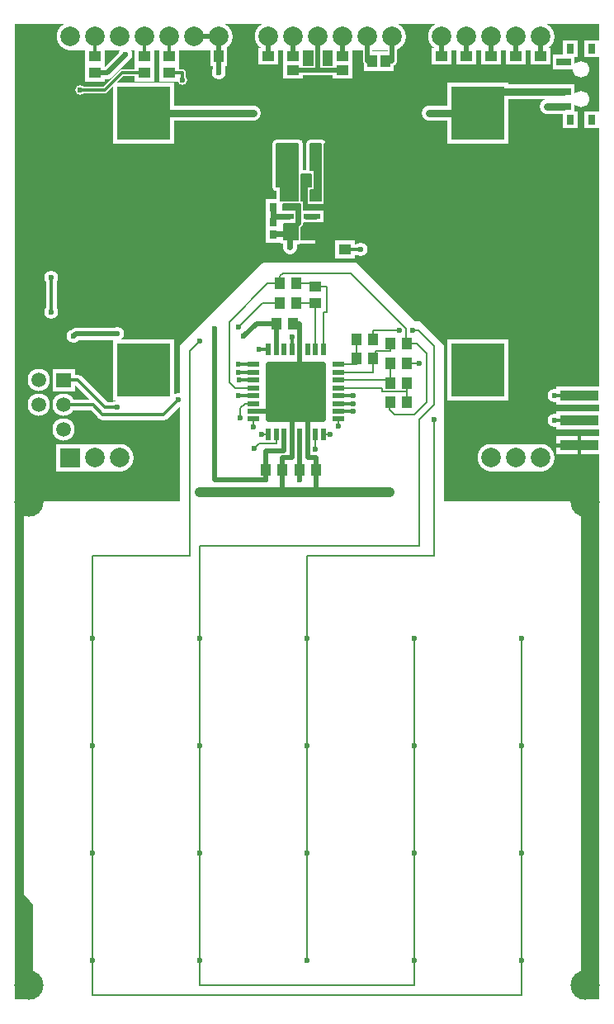
<source format=gbr>
%FSLAX34Y34*%
%MOMM*%
%LNCOPPER_BOTTOM*%
G71*
G01*
%ADD10C, 1.000*%
%ADD11C, 0.600*%
%ADD12C, 2.800*%
%ADD13R, 2.000X1.300*%
%ADD14R, 1.400X0.700*%
%ADD15R, 0.700X1.400*%
%ADD16R, 1.300X2.000*%
%ADD17R, 6.300X6.300*%
%ADD18C, 0.200*%
%ADD19R, 1.600X1.800*%
%ADD20C, 1.700*%
%ADD21R, 2.300X1.500*%
%ADD22R, 2.000X1.900*%
%ADD23R, 2.000X1.800*%
%ADD24R, 1.800X2.000*%
%ADD25C, 0.900*%
%ADD26C, 0.700*%
%ADD27R, 1.900X2.000*%
%ADD28C, 1.550*%
%ADD29C, 1.300*%
%ADD30C, 2.800*%
%ADD31C, 1.400*%
%ADD32C, 2.300*%
%ADD33C, 1.100*%
%ADD34R, 1.900X1.400*%
%ADD35R, 1.800X3.300*%
%ADD36C, 0.950*%
%ADD37C, 1.400*%
%ADD38R, 1.600X1.700*%
%ADD39C, 0.300*%
%ADD40R, 4.800X1.900*%
%ADD41C, 0.367*%
%ADD42C, 0.600*%
%ADD43C, 2.000*%
%ADD44R, 1.200X0.500*%
%ADD45R, 0.500X1.200*%
%ADD46R, 5.500X5.500*%
%ADD47C, 15.000*%
%ADD48C, 3.000*%
%ADD49R, 0.800X1.000*%
%ADD50R, 1.500X0.700*%
%ADD51R, 1.200X1.100*%
%ADD52R, 1.200X1.000*%
%ADD53R, 1.000X1.200*%
%ADD54C, 0.500*%
%ADD55R, 1.100X1.200*%
%ADD56C, 0.750*%
%ADD57C, 1.000*%
%ADD58C, 1.500*%
%ADD59R, 1.100X0.600*%
%ADD60R, 1.000X2.500*%
%ADD61C, 0.150*%
%ADD62R, 0.800X0.900*%
%ADD63R, 4.000X1.100*%
%LPD*%
G36*
X0Y0D02*
X600000Y0D01*
X600000Y-1000000D01*
X0Y-1000000D01*
X0Y0D01*
G37*
%LPC*%
X80000Y-630000D02*
G54D10*
D03*
G54D11*
X80000Y-655000D02*
X80000Y-545000D01*
X190000Y-630000D02*
G54D10*
D03*
G54D11*
X190000Y-655000D02*
X190000Y-545000D01*
X300000Y-630000D02*
G54D10*
D03*
G54D11*
X300000Y-655000D02*
X300000Y-545000D01*
X410000Y-630000D02*
G54D10*
D03*
G54D11*
X410000Y-655000D02*
X410000Y-630000D01*
X520000Y-630000D02*
G54D10*
D03*
G54D11*
X520000Y-655000D02*
X520000Y-630000D01*
X80000Y-740000D02*
G54D10*
D03*
G54D11*
X80000Y-765000D02*
X80000Y-655000D01*
X190000Y-740000D02*
G54D10*
D03*
G54D11*
X190000Y-765000D02*
X190000Y-655000D01*
X300000Y-740000D02*
G54D10*
D03*
G54D11*
X300000Y-765000D02*
X300000Y-655000D01*
X410000Y-740000D02*
G54D10*
D03*
G54D11*
X410000Y-765000D02*
X410000Y-655000D01*
X520000Y-740000D02*
G54D10*
D03*
G54D11*
X520000Y-765000D02*
X520000Y-655000D01*
X80000Y-850000D02*
G54D10*
D03*
G54D11*
X80000Y-875000D02*
X80000Y-765000D01*
X190000Y-850000D02*
G54D10*
D03*
G54D11*
X190000Y-875000D02*
X190000Y-765000D01*
X300000Y-850000D02*
G54D10*
D03*
G54D11*
X300000Y-875000D02*
X300000Y-765000D01*
X410000Y-850000D02*
G54D10*
D03*
G54D11*
X410000Y-875000D02*
X410000Y-765000D01*
X520000Y-850000D02*
G54D10*
D03*
G54D11*
X520000Y-875000D02*
X520000Y-765000D01*
X80000Y-960000D02*
G54D10*
D03*
G54D11*
X80000Y-985000D02*
X80000Y-875000D01*
X190000Y-960000D02*
G54D10*
D03*
G54D11*
X190000Y-985000D02*
X190000Y-875000D01*
X300000Y-960000D02*
G54D10*
D03*
G54D11*
X300000Y-960000D02*
X300000Y-875000D01*
X410000Y-960000D02*
G54D10*
D03*
G54D11*
X410000Y-985000D02*
X410000Y-875000D01*
X520000Y-960000D02*
G54D10*
D03*
G54D11*
X520000Y-985000D02*
X520000Y-875000D01*
G54D11*
X190000Y-985000D02*
X410000Y-985000D01*
G54D11*
X80000Y-985000D02*
X80000Y-995000D01*
X520000Y-995000D01*
X520000Y-985000D01*
G54D11*
X300000Y-545000D02*
X430000Y-545000D01*
X430000Y-405000D01*
G54D11*
X80000Y-545000D02*
X180000Y-545000D01*
X180000Y-335000D01*
X190000Y-325000D01*
X56750Y-12700D02*
G54D12*
D03*
X82150Y-12700D02*
G54D12*
D03*
X107550Y-12700D02*
G54D12*
D03*
X132950Y-12700D02*
G54D12*
D03*
X158350Y-12700D02*
G54D12*
D03*
X183750Y-12700D02*
G54D12*
D03*
X209150Y-12700D02*
G54D12*
D03*
X259950Y-12700D02*
G54D12*
D03*
X285350Y-12700D02*
G54D12*
D03*
X310750Y-12700D02*
G54D12*
D03*
X336150Y-12700D02*
G54D12*
D03*
X361550Y-12700D02*
G54D12*
D03*
X386950Y-12700D02*
G54D12*
D03*
X437750Y-12700D02*
G54D12*
D03*
X463150Y-12700D02*
G54D12*
D03*
X488550Y-12700D02*
G54D12*
D03*
X513950Y-12700D02*
G54D12*
D03*
X539350Y-12700D02*
G54D12*
D03*
G36*
X42750Y-430500D02*
X70750Y-430500D01*
X70750Y-458500D01*
X42750Y-458500D01*
X42750Y-430500D01*
G37*
X82150Y-444500D02*
G54D12*
D03*
X107550Y-444500D02*
G54D12*
D03*
X539350Y-444500D02*
G54D12*
D03*
X513950Y-444500D02*
G54D12*
D03*
X488550Y-444500D02*
G54D12*
D03*
X332169Y-372754D02*
G54D13*
D03*
X332169Y-364754D02*
G54D13*
D03*
X332169Y-356754D02*
G54D13*
D03*
X332169Y-348754D02*
G54D13*
D03*
X332169Y-380754D02*
G54D13*
D03*
X332169Y-388754D02*
G54D13*
D03*
X332169Y-396754D02*
G54D13*
D03*
X332169Y-404754D02*
G54D13*
D03*
X244994Y-372754D02*
G54D13*
D03*
X244994Y-364754D02*
G54D13*
D03*
X244994Y-356754D02*
G54D13*
D03*
X244994Y-348754D02*
G54D13*
D03*
X244994Y-380754D02*
G54D13*
D03*
X244994Y-388754D02*
G54D13*
D03*
X244994Y-396754D02*
G54D14*
D03*
X244994Y-404754D02*
G54D13*
D03*
X284582Y-420342D02*
G54D15*
D03*
X276582Y-420342D02*
G54D16*
D03*
X268582Y-420342D02*
G54D16*
D03*
X260582Y-420342D02*
G54D16*
D03*
X292582Y-420342D02*
G54D16*
D03*
X300582Y-420342D02*
G54D15*
D03*
X308582Y-420342D02*
G54D16*
D03*
X316582Y-420342D02*
G54D16*
D03*
X284582Y-333166D02*
G54D16*
D03*
X276582Y-333166D02*
G54D16*
D03*
X268582Y-333166D02*
G54D16*
D03*
X260582Y-333166D02*
G54D16*
D03*
X292581Y-333166D02*
G54D15*
D03*
X300581Y-333166D02*
G54D16*
D03*
X308582Y-333166D02*
G54D16*
D03*
X316582Y-333166D02*
G54D16*
D03*
X474900Y-354700D02*
G54D17*
D03*
X474900Y-91200D02*
G54D17*
D03*
G36*
X580000Y-490000D02*
X580000Y-1000000D01*
X20000Y-1000000D01*
X20000Y-902500D01*
X10000Y-892500D01*
X10000Y-490000D01*
X580000Y-490000D01*
G37*
G54D18*
X580000Y-490000D02*
X580000Y-1000000D01*
X20000Y-1000000D01*
X20000Y-902500D01*
X10000Y-892500D01*
X10000Y-490000D01*
X580000Y-490000D01*
X592000Y-25000D02*
G54D19*
D03*
X592000Y-98000D02*
G54D19*
D03*
X570000Y-98000D02*
G54D19*
D03*
X570000Y-25000D02*
G54D19*
D03*
X581000Y-46500D02*
G54D20*
D03*
X581000Y-76500D02*
G54D20*
D03*
X563500Y-84000D02*
G54D21*
D03*
X563500Y-39000D02*
G54D21*
D03*
X563500Y-69000D02*
G54D21*
D03*
X132000Y-91200D02*
G54D17*
D03*
X132000Y-354700D02*
G54D17*
D03*
X132950Y-32700D02*
G54D22*
D03*
X132950Y-49700D02*
G54D22*
D03*
X158350Y-32700D02*
G54D22*
D03*
X158350Y-49700D02*
G54D22*
D03*
X82150Y-32700D02*
G54D22*
D03*
X82150Y-49700D02*
G54D22*
D03*
X539350Y-32700D02*
G54D23*
D03*
X513950Y-32700D02*
G54D23*
D03*
X488550Y-32700D02*
G54D23*
D03*
X463150Y-32700D02*
G54D23*
D03*
X437750Y-32700D02*
G54D23*
D03*
X380550Y-37700D02*
G54D24*
D03*
X366550Y-37700D02*
G54D24*
D03*
X336150Y-32700D02*
G54D23*
D03*
X336150Y-46700D02*
G54D23*
D03*
X285350Y-32700D02*
G54D23*
D03*
X285350Y-46700D02*
G54D23*
D03*
X259950Y-32700D02*
G54D23*
D03*
X209150Y-32700D02*
G54D24*
D03*
G54D25*
X209150Y-32700D02*
X209150Y-12700D01*
X183750Y-12700D01*
G54D25*
X259950Y-32700D02*
X259950Y-12700D01*
G54D25*
X285350Y-32700D02*
X285350Y-12700D01*
G54D25*
X336150Y-46700D02*
X310750Y-46700D01*
X310750Y-12700D01*
X310750Y-46700D01*
X285350Y-46700D01*
G54D25*
X336150Y-32700D02*
X336150Y-12700D01*
G54D25*
X366550Y-37700D02*
X361550Y-37700D01*
X361550Y-12700D01*
G54D25*
X380550Y-37700D02*
X386950Y-37700D01*
X386950Y-12700D01*
G54D25*
X437750Y-32700D02*
X437750Y-12700D01*
G54D25*
X463150Y-32700D02*
X463150Y-12700D01*
G54D25*
X488550Y-12700D02*
X488550Y-32700D01*
G54D25*
X513950Y-32700D02*
X513950Y-12700D01*
G54D25*
X539350Y-32700D02*
X539350Y-12700D01*
G54D26*
X158350Y-32700D02*
X158350Y-12700D01*
G54D26*
X132950Y-32700D02*
X132950Y-12700D01*
G54D26*
X82150Y-32700D02*
X82150Y-12700D01*
X292669Y-457054D02*
G54D27*
D03*
X257669Y-457054D02*
G54D27*
D03*
X268582Y-307054D02*
G54D27*
D03*
G54D25*
X300582Y-420342D02*
X300582Y-444554D01*
X309669Y-444554D01*
X309669Y-457054D01*
G54D25*
X292582Y-420342D02*
X292582Y-457054D01*
X292669Y-457054D01*
X292669Y-467054D01*
G54D25*
X284582Y-420342D02*
X284669Y-444554D01*
X274669Y-444554D01*
X274669Y-457054D01*
G54D25*
X276582Y-420342D02*
X276582Y-437054D01*
X257669Y-437054D01*
X257669Y-457054D01*
X257669Y-467054D01*
G54D25*
X268582Y-333166D02*
X268582Y-307054D01*
X247946Y-307054D01*
X235000Y-320000D01*
G54D25*
X292581Y-333166D02*
X292581Y-307054D01*
X285582Y-307054D01*
X308702Y-285700D02*
G54D22*
D03*
X308702Y-268700D02*
G54D22*
D03*
X350718Y-342718D02*
G54D27*
D03*
X367718Y-342718D02*
G54D27*
D03*
X385718Y-367718D02*
G54D27*
D03*
X402718Y-367718D02*
G54D27*
D03*
G54D11*
X332169Y-348754D02*
X350718Y-348754D01*
X350718Y-322718D01*
G54D11*
X332169Y-356754D02*
X367718Y-356754D01*
X367718Y-342718D01*
G54D11*
X332169Y-364754D02*
X385718Y-364754D01*
X385718Y-367718D01*
X385718Y-347718D01*
G54D11*
X332169Y-372754D02*
X377218Y-372754D01*
X377218Y-376718D01*
X402718Y-376718D01*
X402718Y-367718D01*
G54D11*
X308582Y-333166D02*
X308702Y-333166D01*
X308702Y-285700D01*
X288702Y-285700D01*
G54D11*
X308702Y-268700D02*
X320000Y-268700D01*
X320000Y-295000D01*
X316582Y-295000D01*
X316582Y-333166D01*
X288702Y-285700D02*
G54D27*
D03*
X271702Y-285700D02*
G54D27*
D03*
X367718Y-322718D02*
G54D27*
D03*
X350718Y-322718D02*
G54D27*
D03*
X402718Y-347718D02*
G54D27*
D03*
X385718Y-347718D02*
G54D27*
D03*
X190000Y-325000D02*
G54D10*
D03*
X271702Y-265700D02*
G54D27*
D03*
X288702Y-265700D02*
G54D27*
D03*
G54D11*
X288702Y-265700D02*
X308702Y-265700D01*
X308702Y-268700D01*
X385718Y-387718D02*
G54D27*
D03*
X402718Y-387718D02*
G54D27*
D03*
X385718Y-327718D02*
G54D27*
D03*
X402718Y-327718D02*
G54D27*
D03*
G54D11*
X402718Y-387718D02*
X402718Y-376718D01*
G54D11*
X367718Y-342718D02*
X370000Y-342718D01*
X370000Y-335000D01*
X385718Y-335000D01*
X385718Y-327718D01*
G54D11*
X244994Y-372754D02*
X226000Y-372754D01*
X220000Y-366754D01*
X220000Y-305000D01*
X259300Y-265700D01*
X271702Y-265700D01*
X271702Y-258298D01*
X275000Y-255000D01*
X345000Y-255000D01*
X401718Y-311718D01*
X401718Y-327718D01*
X402718Y-327718D01*
X412718Y-327718D01*
X422500Y-337500D01*
X422500Y-387500D01*
X410000Y-400000D01*
X390000Y-400000D01*
X385000Y-395000D01*
X385000Y-388435D01*
X385718Y-387718D01*
X415218Y-347718D02*
G54D10*
D03*
G54D11*
X402718Y-347718D02*
X415218Y-347718D01*
X430000Y-405000D02*
G54D10*
D03*
G54D11*
X408000Y-314000D02*
X414000Y-314000D01*
X430000Y-330000D01*
X430000Y-390000D01*
X415000Y-405000D01*
X415000Y-535000D01*
X190000Y-535000D01*
X190000Y-545000D01*
X408000Y-314000D02*
G54D10*
D03*
X395000Y-314000D02*
G54D10*
D03*
G54D11*
X367718Y-322718D02*
X367718Y-314000D01*
X395000Y-314000D01*
G54D11*
X271702Y-285700D02*
X254300Y-285700D01*
X230000Y-310000D01*
X230000Y-310000D02*
G54D10*
D03*
G54D11*
X244994Y-404754D02*
X244994Y-412500D01*
X244994Y-412500D02*
G54D10*
D03*
X253082Y-420342D02*
G54D10*
D03*
X246082Y-435000D02*
G54D10*
D03*
G54D11*
X246082Y-435000D02*
X251082Y-430000D01*
X268582Y-430000D01*
X268582Y-420342D01*
G54D11*
X253082Y-420342D02*
X260582Y-420342D01*
G54D11*
X244994Y-388754D02*
X236246Y-388754D01*
X231246Y-393754D01*
X231246Y-403754D01*
X231246Y-403754D02*
G54D10*
D03*
G36*
X170000Y-490000D02*
X440000Y-490000D01*
X440000Y-330000D01*
X415000Y-305000D01*
X410000Y-305000D01*
X350000Y-245000D01*
X255000Y-245000D01*
X170000Y-330000D01*
X170000Y-490000D01*
G37*
G54D18*
X170000Y-490000D02*
X440000Y-490000D01*
X440000Y-330000D01*
X415000Y-305000D01*
X410000Y-305000D01*
X350000Y-245000D01*
X255000Y-245000D01*
X170000Y-330000D01*
X170000Y-490000D01*
G54D11*
X332169Y-404754D02*
X332169Y-412169D01*
X332169Y-412169D02*
G54D10*
D03*
X324082Y-420342D02*
G54D10*
D03*
X308582Y-436082D02*
G54D10*
D03*
G54D11*
X308582Y-436082D02*
X308582Y-420342D01*
G54D11*
X316582Y-420342D02*
X324082Y-420342D01*
G54D28*
X132000Y-91200D02*
X234900Y-91200D01*
X244900Y-91200D01*
G54D26*
X244994Y-364754D02*
X230246Y-364754D01*
X230246Y-364754D02*
G54D10*
D03*
X229994Y-380754D02*
G54D10*
D03*
G54D26*
X229994Y-380754D02*
X244994Y-380754D01*
G54D26*
X132950Y-49700D02*
X110000Y-49700D01*
X92500Y-67200D01*
X67500Y-67200D01*
X67500Y-67200D02*
G54D10*
D03*
X172500Y-57200D02*
G54D10*
D03*
G54D26*
X158350Y-49700D02*
X172500Y-49700D01*
X172500Y-57200D01*
X229994Y-356754D02*
G54D10*
D03*
G54D26*
X229994Y-356754D02*
X244994Y-356754D01*
X250582Y-333166D02*
G54D10*
D03*
G54D26*
X250582Y-333166D02*
X260582Y-333166D01*
X205000Y-312000D02*
G54D10*
D03*
G54D28*
X563500Y-84000D02*
X546000Y-84000D01*
G36*
X259994Y-348166D02*
X259994Y-405342D01*
X316582Y-405342D01*
X316582Y-348166D01*
X259994Y-348166D01*
G37*
G54D29*
X259994Y-348166D02*
X259994Y-405342D01*
X316582Y-405342D01*
X316582Y-348166D01*
X259994Y-348166D01*
G54D29*
X284582Y-420342D02*
X284582Y-396582D01*
G54D29*
X300582Y-420342D02*
X300582Y-396582D01*
G54D29*
X244994Y-396754D02*
X266754Y-396754D01*
G54D29*
X292581Y-356926D02*
X292581Y-333166D01*
G36*
X539350Y-444500D02*
X488550Y-444500D01*
X488550Y-444500D01*
X539350Y-444500D01*
X539350Y-444500D01*
G37*
G54D30*
X539350Y-444500D02*
X488550Y-444500D01*
X488550Y-444500D01*
X539350Y-444500D01*
X539350Y-444500D01*
G36*
X107550Y-444500D02*
X56750Y-444500D01*
X56750Y-444500D01*
X107550Y-444500D01*
X107550Y-444500D01*
G37*
G54D30*
X107550Y-444500D02*
X56750Y-444500D01*
X56750Y-444500D01*
X107550Y-444500D01*
X107550Y-444500D01*
G36*
X56750Y-12700D02*
X209150Y-12700D01*
X209150Y-12700D01*
X56750Y-12700D01*
X56750Y-12700D01*
G37*
G54D30*
X56750Y-12700D02*
X209150Y-12700D01*
X209150Y-12700D01*
X56750Y-12700D01*
X56750Y-12700D01*
G36*
X259950Y-12700D02*
X386950Y-12700D01*
X386950Y-12700D01*
X259950Y-12700D01*
X259950Y-12700D01*
G37*
G54D30*
X259950Y-12700D02*
X386950Y-12700D01*
X386950Y-12700D01*
X259950Y-12700D01*
X259950Y-12700D01*
G36*
X437750Y-12700D02*
X539350Y-12700D01*
X539350Y-12700D01*
X437750Y-12700D01*
X437750Y-12700D01*
G37*
G54D30*
X437750Y-12700D02*
X539350Y-12700D01*
X539350Y-12700D01*
X437750Y-12700D01*
X437750Y-12700D01*
X257669Y-467054D02*
G54D31*
D03*
X292669Y-467054D02*
G54D31*
D03*
G54D29*
X257669Y-467054D02*
X205000Y-467054D01*
X205000Y-335000D01*
X205000Y-312000D01*
X205000Y-335000D02*
G54D31*
D03*
X235000Y-320000D02*
G54D31*
D03*
G54D29*
X82150Y-49700D02*
X95300Y-49700D01*
X114000Y-31000D01*
X114000Y-31000D02*
G54D31*
D03*
X209150Y-49500D02*
G54D31*
D03*
G54D29*
X209150Y-32700D02*
X209150Y-49500D01*
G36*
X61900Y-353500D02*
X61900Y-376500D01*
X38900Y-376500D01*
X38900Y-353500D01*
X61900Y-353500D01*
G37*
X25000Y-365000D02*
G54D32*
D03*
X50400Y-390400D02*
G54D32*
D03*
X25000Y-390400D02*
G54D32*
D03*
X50400Y-415800D02*
G54D32*
D03*
G54D33*
X105000Y-392500D02*
X92500Y-392500D01*
X65000Y-365000D01*
X50400Y-365000D01*
X229994Y-348754D02*
G54D31*
D03*
G54D33*
X229994Y-348754D02*
X244994Y-348754D01*
X105000Y-392500D02*
G54D31*
D03*
X167500Y-385000D02*
G54D31*
D03*
G54D33*
X50400Y-390400D02*
X80400Y-390400D01*
X90000Y-400000D01*
X152500Y-400000D01*
X167500Y-385000D01*
G54D29*
X105000Y-317500D02*
X62500Y-317500D01*
X60000Y-320000D01*
X60000Y-320000D02*
G54D31*
D03*
X37500Y-295000D02*
G54D31*
D03*
X37500Y-260000D02*
G54D31*
D03*
G54D33*
X37500Y-295000D02*
X37500Y-260000D01*
X281294Y-177988D02*
G54D34*
D03*
X281294Y-187488D02*
G54D34*
D03*
X281294Y-196988D02*
G54D34*
D03*
X308294Y-196988D02*
G54D34*
D03*
X308294Y-187488D02*
G54D34*
D03*
X308294Y-177988D02*
G54D34*
D03*
X286056Y-135125D02*
G54D35*
D03*
X309056Y-135125D02*
G54D35*
D03*
G36*
X290819Y-181162D02*
X272562Y-181162D01*
X272562Y-166081D01*
X268594Y-166081D01*
X268594Y-122425D01*
X290819Y-122425D01*
X290819Y-181162D01*
G37*
G54D36*
X290819Y-181162D02*
X272562Y-181162D01*
X272562Y-166081D01*
X268594Y-166081D01*
X268594Y-122425D01*
X290819Y-122425D01*
X290819Y-181162D01*
G36*
X303519Y-122425D02*
X303519Y-149412D01*
X307488Y-149412D01*
X307488Y-170050D01*
X303519Y-170050D01*
X303519Y-181162D01*
X314631Y-181162D01*
X314631Y-122425D01*
X303519Y-122425D01*
G37*
G54D36*
X303519Y-122425D02*
X303519Y-149412D01*
X307488Y-149412D01*
X307488Y-170050D01*
X303519Y-170050D01*
X303519Y-181162D01*
X314631Y-181162D01*
X314631Y-122425D01*
X303519Y-122425D01*
G36*
X304312Y-166875D02*
X300344Y-166875D01*
X300344Y-185131D01*
X314631Y-185131D01*
X314631Y-189894D01*
X296375Y-189894D01*
X296375Y-181162D01*
X293994Y-181162D01*
X293994Y-154096D01*
X304312Y-154096D01*
X304312Y-166875D01*
G37*
G54D36*
X304312Y-166875D02*
X300344Y-166875D01*
X300344Y-185131D01*
X314631Y-185131D01*
X314631Y-189894D01*
X296375Y-189894D01*
X296375Y-181162D01*
X293994Y-181162D01*
X293994Y-154096D01*
X304312Y-154096D01*
X304312Y-166875D01*
X298769Y-196988D02*
G54D31*
D03*
G54D37*
X308294Y-196988D02*
X298769Y-196988D01*
X299088Y-160525D02*
G54D27*
D03*
X282088Y-160525D02*
G54D27*
D03*
X299088Y-214500D02*
G54D27*
D03*
X282088Y-214500D02*
G54D27*
D03*
G36*
X275738Y-184338D02*
X293200Y-184338D01*
X293200Y-204975D01*
X290819Y-207356D01*
X290819Y-220850D01*
X276531Y-220850D01*
X276531Y-204181D01*
X289231Y-204181D01*
X289231Y-189894D01*
X275738Y-189894D01*
X275738Y-184338D01*
G37*
G54D36*
X275738Y-184338D02*
X293200Y-184338D01*
X293200Y-204975D01*
X290819Y-207356D01*
X290819Y-220850D01*
X276531Y-220850D01*
X276531Y-204181D01*
X289231Y-204181D01*
X289231Y-189894D01*
X275738Y-189894D01*
X275738Y-184338D01*
X265000Y-188000D02*
G54D38*
D03*
X265000Y-203000D02*
G54D38*
D03*
X265000Y-216000D02*
G54D38*
D03*
G54D37*
X281294Y-196988D02*
X265000Y-196988D01*
X265000Y-203000D01*
G54D37*
X265000Y-188000D02*
X265000Y-196988D01*
G54D37*
X282088Y-214500D02*
X265000Y-214500D01*
X265000Y-216000D01*
G54D37*
X282088Y-214500D02*
X282088Y-228200D01*
G54D37*
X270852Y-135114D02*
X286056Y-135125D01*
G54D37*
X270852Y-124725D02*
X270852Y-135114D01*
X105000Y-317500D02*
G54D31*
D03*
G36*
X108000Y-384000D02*
X158000Y-384000D01*
X158000Y-396000D01*
X108000Y-396000D01*
X108000Y-384000D01*
G37*
G54D39*
X108000Y-384000D02*
X158000Y-384000D01*
X158000Y-396000D01*
X108000Y-396000D01*
X108000Y-384000D01*
G54D28*
X563500Y-69000D02*
X497100Y-69000D01*
X474900Y-91200D01*
X435000Y-91200D01*
X425000Y-91200D01*
X284582Y-320166D02*
G54D10*
D03*
G54D33*
X284582Y-333166D02*
X284582Y-320166D01*
X355000Y-230700D02*
G54D31*
D03*
X338702Y-230700D02*
G54D22*
D03*
G54D33*
X355000Y-230700D02*
X338702Y-230700D01*
X579120Y-381000D02*
G54D40*
D03*
X579120Y-406400D02*
G54D40*
D03*
X579120Y-431800D02*
G54D40*
D03*
X347169Y-388754D02*
G54D31*
D03*
X347169Y-396754D02*
G54D31*
D03*
X554120Y-406400D02*
G54D31*
D03*
X554120Y-381000D02*
G54D31*
D03*
G54D33*
X554120Y-381000D02*
X579120Y-381000D01*
G54D33*
X554120Y-406400D02*
X579120Y-406400D01*
G54D33*
X347169Y-388754D02*
X332169Y-388754D01*
G54D33*
X332169Y-396754D02*
X347169Y-396754D01*
%LPD*%
G54D41*
G36*
X577286Y-431800D02*
X577286Y-421800D01*
X580954Y-421800D01*
X580954Y-431800D01*
X577286Y-431800D01*
G37*
G36*
X580954Y-431800D02*
X580954Y-441800D01*
X577286Y-441800D01*
X577286Y-431800D01*
X580954Y-431800D01*
G37*
G36*
X579120Y-433634D02*
X554620Y-433634D01*
X554620Y-429966D01*
X579120Y-429966D01*
X579120Y-433634D01*
G37*
X80000Y-630000D02*
G54D42*
D03*
G54D18*
X80000Y-655000D02*
X80000Y-545000D01*
X190000Y-630000D02*
G54D42*
D03*
G54D18*
X190000Y-655000D02*
X190000Y-545000D01*
X300000Y-630000D02*
G54D42*
D03*
G54D18*
X300000Y-655000D02*
X300000Y-545000D01*
X410000Y-630000D02*
G54D42*
D03*
G54D18*
X410000Y-655000D02*
X410000Y-630000D01*
X520000Y-630000D02*
G54D42*
D03*
G54D18*
X520000Y-655000D02*
X520000Y-630000D01*
X80000Y-740000D02*
G54D42*
D03*
G54D18*
X80000Y-765000D02*
X80000Y-655000D01*
X190000Y-740000D02*
G54D42*
D03*
G54D18*
X190000Y-765000D02*
X190000Y-655000D01*
X300000Y-740000D02*
G54D42*
D03*
G54D18*
X300000Y-765000D02*
X300000Y-655000D01*
X410000Y-740000D02*
G54D42*
D03*
G54D18*
X410000Y-765000D02*
X410000Y-655000D01*
X520000Y-740000D02*
G54D42*
D03*
G54D18*
X520000Y-765000D02*
X520000Y-655000D01*
X80000Y-850000D02*
G54D42*
D03*
G54D18*
X80000Y-875000D02*
X80000Y-765000D01*
X190000Y-850000D02*
G54D42*
D03*
G54D18*
X190000Y-875000D02*
X190000Y-765000D01*
X300000Y-850000D02*
G54D42*
D03*
G54D18*
X300000Y-875000D02*
X300000Y-765000D01*
X410000Y-850000D02*
G54D42*
D03*
G54D18*
X410000Y-875000D02*
X410000Y-765000D01*
X520000Y-850000D02*
G54D42*
D03*
G54D18*
X520000Y-875000D02*
X520000Y-765000D01*
X80000Y-960000D02*
G54D42*
D03*
G54D18*
X80000Y-985000D02*
X80000Y-875000D01*
X190000Y-960000D02*
G54D42*
D03*
G54D18*
X190000Y-985000D02*
X190000Y-875000D01*
X300000Y-960000D02*
G54D42*
D03*
G54D18*
X300000Y-960000D02*
X300000Y-875000D01*
X410000Y-960000D02*
G54D42*
D03*
G54D18*
X410000Y-985000D02*
X410000Y-875000D01*
X520000Y-960000D02*
G54D42*
D03*
G54D18*
X520000Y-985000D02*
X520000Y-875000D01*
G54D18*
X190000Y-985000D02*
X410000Y-985000D01*
G54D18*
X80000Y-985000D02*
X80000Y-995000D01*
X520000Y-995000D01*
X520000Y-985000D01*
G54D18*
X300000Y-545000D02*
X430000Y-545000D01*
X430000Y-405000D01*
G54D18*
X80000Y-545000D02*
X180000Y-545000D01*
X180000Y-335000D01*
X190000Y-325000D01*
X56750Y-12700D02*
G54D43*
D03*
X82150Y-12700D02*
G54D43*
D03*
X107550Y-12700D02*
G54D43*
D03*
X132950Y-12700D02*
G54D43*
D03*
X158350Y-12700D02*
G54D43*
D03*
X183750Y-12700D02*
G54D43*
D03*
X209150Y-12700D02*
G54D43*
D03*
X234550Y-12700D02*
G54D43*
D03*
X259950Y-12700D02*
G54D43*
D03*
X285350Y-12700D02*
G54D43*
D03*
X310750Y-12700D02*
G54D43*
D03*
X336150Y-12700D02*
G54D43*
D03*
X361550Y-12700D02*
G54D43*
D03*
X386950Y-12700D02*
G54D43*
D03*
X412350Y-12700D02*
G54D43*
D03*
X437750Y-12700D02*
G54D43*
D03*
X463150Y-12700D02*
G54D43*
D03*
X488550Y-12700D02*
G54D43*
D03*
X513950Y-12700D02*
G54D43*
D03*
X539350Y-12700D02*
G54D43*
D03*
G36*
X46750Y-434500D02*
X66750Y-434500D01*
X66750Y-454500D01*
X46750Y-454500D01*
X46750Y-434500D01*
G37*
X82150Y-444500D02*
G54D43*
D03*
X107550Y-444500D02*
G54D43*
D03*
X539350Y-444500D02*
G54D43*
D03*
X513950Y-444500D02*
G54D43*
D03*
X488550Y-444500D02*
G54D43*
D03*
X332169Y-372754D02*
G54D44*
D03*
X332169Y-364754D02*
G54D44*
D03*
X332169Y-356754D02*
G54D44*
D03*
X332169Y-348754D02*
G54D44*
D03*
X332169Y-380754D02*
G54D44*
D03*
X332169Y-388754D02*
G54D44*
D03*
X332169Y-396754D02*
G54D44*
D03*
X332169Y-404754D02*
G54D44*
D03*
X244994Y-372754D02*
G54D44*
D03*
X244994Y-364754D02*
G54D44*
D03*
X244994Y-356754D02*
G54D44*
D03*
X244994Y-348754D02*
G54D44*
D03*
X244994Y-380754D02*
G54D44*
D03*
X244994Y-388754D02*
G54D44*
D03*
X244994Y-396754D02*
G54D44*
D03*
X244994Y-404754D02*
G54D44*
D03*
X284582Y-420342D02*
G54D45*
D03*
X276582Y-420342D02*
G54D45*
D03*
X268582Y-420342D02*
G54D45*
D03*
X260582Y-420342D02*
G54D45*
D03*
X292582Y-420342D02*
G54D45*
D03*
X300582Y-420342D02*
G54D45*
D03*
X308582Y-420342D02*
G54D45*
D03*
X316582Y-420342D02*
G54D45*
D03*
X284582Y-333166D02*
G54D45*
D03*
X276582Y-333166D02*
G54D45*
D03*
X268582Y-333166D02*
G54D45*
D03*
X260582Y-333166D02*
G54D45*
D03*
X292581Y-333166D02*
G54D45*
D03*
X300581Y-333166D02*
G54D45*
D03*
X308582Y-333166D02*
G54D45*
D03*
X316582Y-333166D02*
G54D45*
D03*
X474900Y-354700D02*
G54D46*
D03*
X474900Y-91200D02*
G54D46*
D03*
X474900Y-222950D02*
G54D47*
D03*
X15000Y-985000D02*
G54D48*
D03*
X585000Y-985000D02*
G54D48*
D03*
X15000Y-490000D02*
G54D48*
D03*
X585000Y-490000D02*
G54D48*
D03*
X592000Y-25000D02*
G54D49*
D03*
X592000Y-98000D02*
G54D49*
D03*
X570000Y-98000D02*
G54D49*
D03*
X570000Y-25000D02*
G54D49*
D03*
X563500Y-84000D02*
G54D50*
D03*
X563500Y-39000D02*
G54D50*
D03*
X563500Y-69000D02*
G54D50*
D03*
X132000Y-91200D02*
G54D46*
D03*
X132000Y-354700D02*
G54D46*
D03*
X132000Y-222950D02*
G54D47*
D03*
X132950Y-32700D02*
G54D51*
D03*
X132950Y-49700D02*
G54D51*
D03*
X158350Y-32700D02*
G54D51*
D03*
X158350Y-49700D02*
G54D51*
D03*
X82150Y-32700D02*
G54D51*
D03*
X82150Y-49700D02*
G54D51*
D03*
X539350Y-32700D02*
G54D52*
D03*
X539350Y-46700D02*
G54D52*
D03*
X513950Y-32700D02*
G54D52*
D03*
X513950Y-46700D02*
G54D52*
D03*
X488550Y-32700D02*
G54D52*
D03*
X488550Y-46700D02*
G54D52*
D03*
X463150Y-32700D02*
G54D52*
D03*
X463150Y-46700D02*
G54D52*
D03*
X437750Y-32700D02*
G54D52*
D03*
X437750Y-46700D02*
G54D52*
D03*
X380550Y-37700D02*
G54D53*
D03*
X366550Y-37700D02*
G54D53*
D03*
X336150Y-32700D02*
G54D52*
D03*
X336150Y-46700D02*
G54D52*
D03*
X285350Y-32700D02*
G54D52*
D03*
X285350Y-46700D02*
G54D52*
D03*
X259950Y-46700D02*
G54D52*
D03*
X259950Y-32700D02*
G54D52*
D03*
X209150Y-32700D02*
G54D53*
D03*
X223150Y-32700D02*
G54D53*
D03*
G54D54*
X209150Y-32700D02*
X209150Y-12700D01*
X183750Y-12700D01*
G54D54*
X259950Y-32700D02*
X259950Y-12700D01*
G54D54*
X285350Y-32700D02*
X285350Y-12700D01*
G54D54*
X336150Y-46700D02*
X310750Y-46700D01*
X310750Y-12700D01*
X310750Y-46700D01*
X285350Y-46700D01*
G54D54*
X336150Y-32700D02*
X336150Y-12700D01*
G54D54*
X366550Y-37700D02*
X361550Y-37700D01*
X361550Y-12700D01*
G54D54*
X380550Y-37700D02*
X386950Y-37700D01*
X386950Y-12700D01*
G54D54*
X437750Y-32700D02*
X437750Y-12700D01*
G54D54*
X463150Y-32700D02*
X463150Y-12700D01*
G54D54*
X488550Y-12700D02*
X488550Y-32700D01*
G54D54*
X513950Y-32700D02*
X513950Y-12700D01*
G54D54*
X539350Y-32700D02*
X539350Y-12700D01*
G54D39*
X158350Y-32700D02*
X158350Y-12700D01*
G54D39*
X132950Y-32700D02*
X132950Y-12700D01*
G54D39*
X82150Y-32700D02*
X82150Y-12700D01*
X292669Y-457054D02*
G54D55*
D03*
X309669Y-457054D02*
G54D55*
D03*
X257669Y-457054D02*
G54D55*
D03*
X274669Y-457054D02*
G54D55*
D03*
X268582Y-307054D02*
G54D55*
D03*
X285582Y-307054D02*
G54D55*
D03*
G54D54*
X300582Y-420342D02*
X300582Y-444554D01*
X309669Y-444554D01*
X309669Y-457054D01*
G54D54*
X292582Y-420342D02*
X292582Y-457054D01*
X292669Y-457054D01*
X292669Y-467054D01*
G54D54*
X284582Y-420342D02*
X284669Y-444554D01*
X274669Y-444554D01*
X274669Y-457054D01*
G54D54*
X276582Y-420342D02*
X276582Y-437054D01*
X257669Y-437054D01*
X257669Y-457054D01*
X257669Y-467054D01*
G54D54*
X268582Y-333166D02*
X268582Y-307054D01*
X247946Y-307054D01*
X235000Y-320000D01*
G54D54*
X292581Y-333166D02*
X292581Y-307054D01*
X285582Y-307054D01*
X308702Y-285700D02*
G54D51*
D03*
X308702Y-268700D02*
G54D51*
D03*
X350718Y-342718D02*
G54D55*
D03*
X367718Y-342718D02*
G54D55*
D03*
X385718Y-367718D02*
G54D55*
D03*
X402718Y-367718D02*
G54D55*
D03*
G54D18*
X332169Y-348754D02*
X350718Y-348754D01*
X350718Y-322718D01*
G54D18*
X332169Y-356754D02*
X367718Y-356754D01*
X367718Y-342718D01*
G54D18*
X332169Y-364754D02*
X385718Y-364754D01*
X385718Y-367718D01*
X385718Y-347718D01*
G54D18*
X332169Y-372754D02*
X377218Y-372754D01*
X377218Y-376718D01*
X402718Y-376718D01*
X402718Y-367718D01*
G54D18*
X308582Y-333166D02*
X308702Y-333166D01*
X308702Y-285700D01*
X288702Y-285700D01*
G54D18*
X308702Y-268700D02*
X320000Y-268700D01*
X320000Y-295000D01*
X316582Y-295000D01*
X316582Y-333166D01*
X288702Y-285700D02*
G54D55*
D03*
X271702Y-285700D02*
G54D55*
D03*
X367718Y-322718D02*
G54D55*
D03*
X350718Y-322718D02*
G54D55*
D03*
X402718Y-347718D02*
G54D55*
D03*
X385718Y-347718D02*
G54D55*
D03*
X190000Y-325000D02*
G54D42*
D03*
X271702Y-265700D02*
G54D55*
D03*
X288702Y-265700D02*
G54D55*
D03*
G54D18*
X288702Y-265700D02*
X308702Y-265700D01*
X308702Y-268700D01*
X385718Y-387718D02*
G54D55*
D03*
X402718Y-387718D02*
G54D55*
D03*
X385718Y-327718D02*
G54D55*
D03*
X402718Y-327718D02*
G54D55*
D03*
G54D18*
X402718Y-387718D02*
X402718Y-376718D01*
G54D18*
X367718Y-342718D02*
X370000Y-342718D01*
X370000Y-335000D01*
X385718Y-335000D01*
X385718Y-327718D01*
G54D18*
X244994Y-372754D02*
X226000Y-372754D01*
X220000Y-366754D01*
X220000Y-305000D01*
X259300Y-265700D01*
X271702Y-265700D01*
X271702Y-258298D01*
X275000Y-255000D01*
X345000Y-255000D01*
X401718Y-311718D01*
X401718Y-327718D01*
X402718Y-327718D01*
X412718Y-327718D01*
X422500Y-337500D01*
X422500Y-387500D01*
X410000Y-400000D01*
X390000Y-400000D01*
X385000Y-395000D01*
X385000Y-388435D01*
X385718Y-387718D01*
X415218Y-347718D02*
G54D42*
D03*
G54D18*
X402718Y-347718D02*
X415218Y-347718D01*
X430000Y-405000D02*
G54D42*
D03*
G54D18*
X408000Y-314000D02*
X414000Y-314000D01*
X430000Y-330000D01*
X430000Y-390000D01*
X415000Y-405000D01*
X415000Y-535000D01*
X190000Y-535000D01*
X190000Y-545000D01*
X408000Y-314000D02*
G54D42*
D03*
X395000Y-314000D02*
G54D42*
D03*
G54D18*
X367718Y-322718D02*
X367718Y-314000D01*
X395000Y-314000D01*
G54D18*
X271702Y-285700D02*
X254300Y-285700D01*
X230000Y-310000D01*
X230000Y-310000D02*
G54D42*
D03*
G54D18*
X244994Y-404754D02*
X244994Y-412500D01*
X244994Y-412500D02*
G54D42*
D03*
X253082Y-420342D02*
G54D42*
D03*
X246082Y-435000D02*
G54D42*
D03*
G54D18*
X246082Y-435000D02*
X251082Y-430000D01*
X268582Y-430000D01*
X268582Y-420342D01*
G54D18*
X253082Y-420342D02*
X260582Y-420342D01*
G54D18*
X244994Y-388754D02*
X236246Y-388754D01*
X231246Y-393754D01*
X231246Y-403754D01*
X231246Y-403754D02*
G54D42*
D03*
G54D18*
X332169Y-404754D02*
X332169Y-412169D01*
X332169Y-412169D02*
G54D42*
D03*
X324082Y-420342D02*
G54D42*
D03*
X308582Y-436082D02*
G54D42*
D03*
G54D18*
X308582Y-436082D02*
X308582Y-420342D01*
G54D18*
X316582Y-420342D02*
X324082Y-420342D01*
G54D56*
X132000Y-91200D02*
X234900Y-91200D01*
X244900Y-91200D01*
X435000Y-91200D02*
G54D42*
D03*
X234900Y-91200D02*
G54D42*
D03*
X425000Y-91200D02*
G54D42*
D03*
X244900Y-91200D02*
G54D42*
D03*
G54D39*
X244994Y-364754D02*
X230246Y-364754D01*
X230246Y-364754D02*
G54D42*
D03*
X229994Y-380754D02*
G54D42*
D03*
G54D39*
X229994Y-380754D02*
X244994Y-380754D01*
G54D39*
X132950Y-49700D02*
X110000Y-49700D01*
X92500Y-67200D01*
X67500Y-67200D01*
X67500Y-67200D02*
G54D42*
D03*
X172500Y-57200D02*
G54D42*
D03*
G54D39*
X158350Y-49700D02*
X172500Y-49700D01*
X172500Y-57200D01*
X229994Y-356754D02*
G54D42*
D03*
G54D39*
X229994Y-356754D02*
X244994Y-356754D01*
X250582Y-333166D02*
G54D42*
D03*
G54D39*
X250582Y-333166D02*
X260582Y-333166D01*
X205000Y-312000D02*
G54D42*
D03*
G54D56*
X563500Y-84000D02*
X546000Y-84000D01*
G36*
X259994Y-348166D02*
X259994Y-405342D01*
X316582Y-405342D01*
X316582Y-348166D01*
X259994Y-348166D01*
G37*
G54D54*
X259994Y-348166D02*
X259994Y-405342D01*
X316582Y-405342D01*
X316582Y-348166D01*
X259994Y-348166D01*
G54D54*
X284582Y-420342D02*
X284582Y-396582D01*
G54D54*
X300582Y-420342D02*
X300582Y-396582D01*
G54D54*
X244994Y-396754D02*
X266754Y-396754D01*
G54D54*
X292581Y-356926D02*
X292581Y-333166D01*
X450000Y-480000D02*
G54D42*
D03*
X465000Y-480000D02*
G54D42*
D03*
X480000Y-480000D02*
G54D42*
D03*
X160000Y-480000D02*
G54D42*
D03*
X145000Y-480000D02*
G54D42*
D03*
X130000Y-480000D02*
G54D42*
D03*
X190000Y-480000D02*
G54D42*
D03*
X375000Y-480000D02*
G54D42*
D03*
X385000Y-480000D02*
G54D42*
D03*
G54D57*
X190000Y-480000D02*
X385000Y-480000D01*
X200000Y-480000D02*
G54D42*
D03*
G54D54*
X274669Y-457054D02*
X274669Y-480000D01*
X309669Y-480000D01*
X309669Y-457054D01*
X257669Y-467054D02*
G54D42*
D03*
X292669Y-467054D02*
G54D42*
D03*
G54D54*
X257669Y-467054D02*
X205000Y-467054D01*
X205000Y-335000D01*
X205000Y-312000D01*
X205000Y-335000D02*
G54D42*
D03*
X235000Y-320000D02*
G54D42*
D03*
G54D54*
X82150Y-49700D02*
X95300Y-49700D01*
X114000Y-31000D01*
X114000Y-31000D02*
G54D42*
D03*
X209150Y-49500D02*
G54D42*
D03*
G54D54*
X209150Y-32700D02*
X209150Y-49500D01*
G36*
X57900Y-357500D02*
X57900Y-372500D01*
X42900Y-372500D01*
X42900Y-357500D01*
X57900Y-357500D01*
G37*
X25000Y-365000D02*
G54D58*
D03*
X50400Y-390400D02*
G54D58*
D03*
X25000Y-390400D02*
G54D58*
D03*
X50400Y-415800D02*
G54D58*
D03*
X25000Y-415800D02*
G54D58*
D03*
G54D39*
X105000Y-392500D02*
X92500Y-392500D01*
X65000Y-365000D01*
X50400Y-365000D01*
X229994Y-348754D02*
G54D42*
D03*
G54D39*
X229994Y-348754D02*
X244994Y-348754D01*
X105000Y-392500D02*
G54D42*
D03*
X167500Y-385000D02*
G54D42*
D03*
G54D39*
X50400Y-390400D02*
X80400Y-390400D01*
X90000Y-400000D01*
X152500Y-400000D01*
X167500Y-385000D01*
G54D54*
X105000Y-317500D02*
X62500Y-317500D01*
X60000Y-320000D01*
X60000Y-320000D02*
G54D42*
D03*
X347169Y-380754D02*
G54D42*
D03*
G54D39*
X332169Y-380754D02*
X347169Y-380754D01*
X37500Y-295000D02*
G54D42*
D03*
X37500Y-260000D02*
G54D42*
D03*
G54D39*
X37500Y-295000D02*
X37500Y-260000D01*
X281294Y-177988D02*
G54D59*
D03*
X281294Y-187488D02*
G54D59*
D03*
X281294Y-196988D02*
G54D59*
D03*
X308294Y-196988D02*
G54D59*
D03*
X308294Y-187488D02*
G54D59*
D03*
X308294Y-177988D02*
G54D59*
D03*
X286056Y-135125D02*
G54D60*
D03*
X309056Y-135125D02*
G54D60*
D03*
G36*
X290819Y-181162D02*
X272562Y-181162D01*
X272562Y-166081D01*
X268594Y-166081D01*
X268594Y-122425D01*
X290819Y-122425D01*
X290819Y-181162D01*
G37*
G54D61*
X290819Y-181162D02*
X272562Y-181162D01*
X272562Y-166081D01*
X268594Y-166081D01*
X268594Y-122425D01*
X290819Y-122425D01*
X290819Y-181162D01*
G36*
X303519Y-122425D02*
X303519Y-149412D01*
X307488Y-149412D01*
X307488Y-170050D01*
X303519Y-170050D01*
X303519Y-181162D01*
X314631Y-181162D01*
X314631Y-122425D01*
X303519Y-122425D01*
G37*
G54D61*
X303519Y-122425D02*
X303519Y-149412D01*
X307488Y-149412D01*
X307488Y-170050D01*
X303519Y-170050D01*
X303519Y-181162D01*
X314631Y-181162D01*
X314631Y-122425D01*
X303519Y-122425D01*
G36*
X304312Y-166875D02*
X300344Y-166875D01*
X300344Y-185131D01*
X314631Y-185131D01*
X314631Y-189894D01*
X296375Y-189894D01*
X296375Y-181162D01*
X293994Y-181162D01*
X293994Y-154096D01*
X304312Y-154096D01*
X304312Y-166875D01*
G37*
G54D61*
X304312Y-166875D02*
X300344Y-166875D01*
X300344Y-185131D01*
X314631Y-185131D01*
X314631Y-189894D01*
X296375Y-189894D01*
X296375Y-181162D01*
X293994Y-181162D01*
X293994Y-154096D01*
X304312Y-154096D01*
X304312Y-166875D01*
X298769Y-196988D02*
G54D42*
D03*
G54D11*
X308294Y-196988D02*
X298769Y-196988D01*
G36*
X317806Y-122425D02*
X317806Y-185131D01*
X314631Y-185131D01*
X314631Y-189894D01*
X317806Y-189894D01*
X317806Y-203388D01*
X296375Y-203388D01*
X296375Y-206562D01*
X293994Y-208944D01*
X293994Y-220850D01*
X324156Y-220850D01*
X324156Y-122425D01*
X317806Y-122425D01*
G37*
G54D61*
X317806Y-122425D02*
X317806Y-185131D01*
X314631Y-185131D01*
X314631Y-189894D01*
X317806Y-189894D01*
X317806Y-203388D01*
X296375Y-203388D01*
X296375Y-206562D01*
X293994Y-208944D01*
X293994Y-220850D01*
X324156Y-220850D01*
X324156Y-122425D01*
X317806Y-122425D01*
X299088Y-160525D02*
G54D55*
D03*
X282088Y-160525D02*
G54D55*
D03*
X299088Y-214500D02*
G54D55*
D03*
X282088Y-214500D02*
G54D55*
D03*
G36*
X275738Y-184338D02*
X293200Y-184338D01*
X293200Y-204975D01*
X290819Y-207356D01*
X290819Y-220850D01*
X276531Y-220850D01*
X276531Y-204181D01*
X289231Y-204181D01*
X289231Y-189894D01*
X275738Y-189894D01*
X275738Y-184338D01*
G37*
G54D61*
X275738Y-184338D02*
X293200Y-184338D01*
X293200Y-204975D01*
X290819Y-207356D01*
X290819Y-220850D01*
X276531Y-220850D01*
X276531Y-204181D01*
X289231Y-204181D01*
X289231Y-189894D01*
X275738Y-189894D01*
X275738Y-184338D01*
X265000Y-175000D02*
G54D62*
D03*
X265000Y-188000D02*
G54D62*
D03*
X265000Y-203000D02*
G54D62*
D03*
X265000Y-216000D02*
G54D62*
D03*
G54D11*
X281294Y-196988D02*
X265000Y-196988D01*
X265000Y-203000D01*
G54D11*
X265000Y-188000D02*
X265000Y-196988D01*
G54D11*
X282088Y-214500D02*
X265000Y-214500D01*
X265000Y-216000D01*
G54D11*
X282088Y-214500D02*
X282088Y-228200D01*
G54D11*
X270852Y-135114D02*
X286056Y-135125D01*
G54D11*
X270852Y-124725D02*
X270852Y-135114D01*
X270852Y-124725D02*
G54D42*
D03*
X282088Y-228200D02*
G54D42*
D03*
X546000Y-84000D02*
G54D42*
D03*
X105000Y-317500D02*
G54D42*
D03*
G54D56*
X563500Y-69000D02*
X497100Y-69000D01*
X474900Y-91200D01*
X435000Y-91200D01*
X425000Y-91200D01*
X284582Y-320166D02*
G54D42*
D03*
G54D39*
X284582Y-333166D02*
X284582Y-320166D01*
X355000Y-230700D02*
G54D42*
D03*
X338702Y-230700D02*
G54D51*
D03*
X338702Y-213700D02*
G54D51*
D03*
G54D39*
X355000Y-230700D02*
X338702Y-230700D01*
X579120Y-381000D02*
G54D63*
D03*
X579120Y-406400D02*
G54D63*
D03*
X579120Y-431800D02*
G54D63*
D03*
X347169Y-388754D02*
G54D42*
D03*
X347169Y-396754D02*
G54D42*
D03*
X554120Y-406400D02*
G54D42*
D03*
X554120Y-381000D02*
G54D42*
D03*
G54D39*
X554120Y-381000D02*
X579120Y-381000D01*
G54D39*
X554120Y-406400D02*
X579120Y-406400D01*
G54D39*
X347169Y-388754D02*
X332169Y-388754D01*
G54D39*
X332169Y-396754D02*
X347169Y-396754D01*
M02*

</source>
